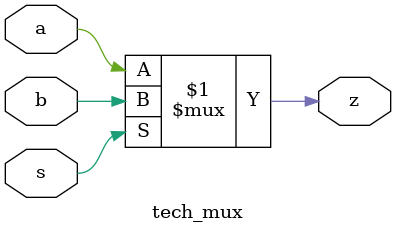
<source format=sv>
/*
  Project: Edu4Chip
  Module(s): tech_mux
  Contributors:
    * Matti Käyrä (matti.kayra@tuni.fi)
  Description:
    * 
*/

module tech_mux (
    input  logic a, 
    input  logic b, 
    input  logic s,
    output logic z
  );

  assign z = s ? b : a;

endmodule
</source>
